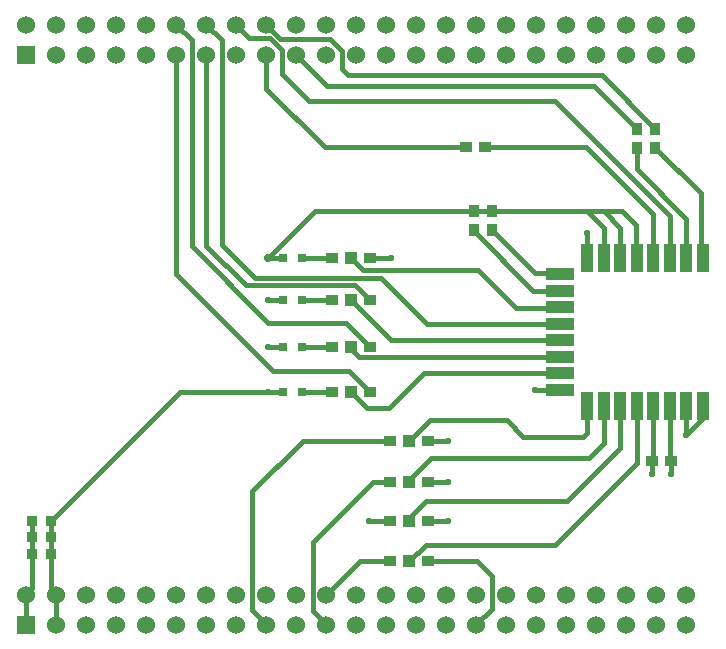
<source format=gtl>
G04 Layer_Physical_Order=1*
G04 Layer_Color=255*
%FSLAX25Y25*%
%MOIN*%
G70*
G01*
G75*
%ADD10R,0.03740X0.03937*%
%ADD11R,0.03937X0.09646*%
%ADD12R,0.09646X0.03937*%
%ADD13R,0.03937X0.03740*%
%ADD14R,0.03937X0.03937*%
%ADD15R,0.03150X0.03150*%
%ADD16R,0.03740X0.03543*%
%ADD17C,0.01500*%
%ADD18C,0.06000*%
%ADD19R,0.06000X0.06000*%
%ADD20C,0.02200*%
%ADD21C,0.02800*%
D10*
X283000Y168350D02*
D03*
Y174650D02*
D03*
X289000Y168350D02*
D03*
Y174650D02*
D03*
X228500Y147150D02*
D03*
Y140850D02*
D03*
X234500Y147150D02*
D03*
Y140850D02*
D03*
D11*
X304925Y131693D02*
D03*
X299413D02*
D03*
X293902D02*
D03*
X288390D02*
D03*
X282878D02*
D03*
X277366D02*
D03*
X271854D02*
D03*
X266342D02*
D03*
Y82126D02*
D03*
X271854D02*
D03*
X277366D02*
D03*
X282878D02*
D03*
X288390D02*
D03*
X293902D02*
D03*
X299413D02*
D03*
X304925D02*
D03*
D12*
X257307Y126201D02*
D03*
Y120689D02*
D03*
Y115177D02*
D03*
Y109665D02*
D03*
Y104154D02*
D03*
Y98642D02*
D03*
Y93130D02*
D03*
Y87618D02*
D03*
D13*
X232150Y168500D02*
D03*
X225850D02*
D03*
X294150Y64000D02*
D03*
X287850D02*
D03*
X200701Y30500D02*
D03*
X213299Y30500D02*
D03*
X200575Y57000D02*
D03*
X213173Y57000D02*
D03*
X200575Y44000D02*
D03*
X213173Y44000D02*
D03*
X200701Y70500D02*
D03*
X213299Y70500D02*
D03*
X193799Y131500D02*
D03*
X181201Y131500D02*
D03*
X193799Y117500D02*
D03*
X181201Y117500D02*
D03*
X193799Y102000D02*
D03*
X181201Y102000D02*
D03*
X193799Y87000D02*
D03*
X181201Y87000D02*
D03*
D14*
X207000Y30500D02*
D03*
X206874Y57000D02*
D03*
X206874Y44000D02*
D03*
X207000Y70500D02*
D03*
X187500Y131500D02*
D03*
Y117500D02*
D03*
Y102000D02*
D03*
Y87000D02*
D03*
D15*
X164850Y131500D02*
D03*
X171150D02*
D03*
X164850Y117500D02*
D03*
X171150D02*
D03*
X164850Y102000D02*
D03*
X171150D02*
D03*
X164850Y87000D02*
D03*
X171150D02*
D03*
D16*
X87650Y44000D02*
D03*
X81350Y44000D02*
D03*
X87650Y38500D02*
D03*
X81350D02*
D03*
X87650Y33000D02*
D03*
X81350D02*
D03*
D17*
X200847Y104154D02*
X257307D01*
X187500Y117500D02*
X200847Y104154D01*
X190358Y98642D02*
X257307D01*
X187000Y102000D02*
X190358Y98642D01*
X212835Y109665D02*
X257307D01*
X197500Y125000D02*
X212835Y109665D01*
X188799Y122500D02*
X193799Y117500D01*
X187500Y131500D02*
X191500Y127500D01*
X230000D01*
X242500Y115000D01*
X257323D01*
X257500Y115177D01*
X185799Y110000D02*
X193799Y102000D01*
X160000Y110000D02*
X185799D01*
X212004Y93130D02*
X257307D01*
X200374Y81500D02*
X212004Y93130D01*
X187500Y87000D02*
X193000Y81500D01*
X200374D01*
X186799Y94000D02*
X193799Y87000D01*
X161500Y94000D02*
X186799D01*
X170500Y87000D02*
X170500Y87000D01*
X181201D01*
X171150Y102000D02*
X181201D01*
X171150Y102000D02*
X171150Y102000D01*
X171650Y117500D02*
X181201D01*
X171150Y118000D02*
X171650Y117500D01*
X129383Y126117D02*
Y199381D01*
Y126117D02*
X161500Y94000D01*
X129383Y209381D02*
X134500Y204264D01*
Y135500D02*
Y204264D01*
Y135500D02*
X160000Y110000D01*
X139383Y199381D02*
Y200000D01*
Y209381D02*
X144500Y204264D01*
X171150Y131500D02*
X181000D01*
X181500Y131000D01*
X87650Y38500D02*
Y44000D01*
Y33500D02*
Y38500D01*
Y21231D02*
Y33000D01*
X89383Y9764D02*
Y19381D01*
X89000Y9381D02*
X89383Y9764D01*
X87650Y21231D02*
X89500Y19381D01*
X81350Y38500D02*
Y44000D01*
X79383Y19500D02*
X81350Y21467D01*
Y32650D01*
Y33000D01*
X81350Y32650D02*
X81350Y32650D01*
X81500Y32500D01*
X81350Y32650D02*
Y38500D01*
X79383Y10617D02*
Y19381D01*
Y10617D02*
X79500Y10500D01*
X234500Y140850D02*
X248850Y126500D01*
X257307D01*
X248311Y120689D02*
X257307D01*
X228500Y140500D02*
X248311Y120689D01*
X160000Y117500D02*
X164850D01*
X160000Y102000D02*
X164850D01*
X160000Y87000D02*
X164850D01*
X155500Y125000D02*
X197500D01*
X144500Y136000D02*
Y204264D01*
Y136000D02*
X155500Y125000D01*
X139383Y135617D02*
Y199381D01*
Y135617D02*
X152500Y122500D01*
X188799D01*
X266342Y131693D02*
Y140000D01*
X304925Y78072D02*
Y82126D01*
X299413Y72561D02*
X304925Y78072D01*
X299413Y72561D02*
Y82126D01*
X293902Y64098D02*
Y82126D01*
Y64098D02*
X294000Y64000D01*
X288390Y64390D02*
Y82126D01*
X287850Y63850D02*
X288390Y64390D01*
X287850Y59500D02*
Y63850D01*
X288390Y131693D02*
Y146110D01*
X266000Y168500D02*
X288390Y146110D01*
X149383Y209381D02*
X153733Y205031D01*
X164500Y193000D02*
X173500Y184000D01*
X255500D01*
X293902Y145598D01*
Y131693D02*
Y145598D01*
X178883Y168500D02*
X225850D01*
X159383Y188000D02*
X178883Y168500D01*
X159383Y188000D02*
Y199381D01*
Y199500D01*
X169383Y199381D02*
X179764Y189000D01*
X268528D01*
X282878Y174650D01*
X271150Y192500D02*
X289000Y174650D01*
X186500Y192500D02*
X271150D01*
X184500Y194500D02*
X186500Y192500D01*
X184500Y194500D02*
Y200500D01*
X180500Y204500D02*
X184500Y200500D01*
X160000Y208500D02*
Y209500D01*
Y208500D02*
X164000Y204500D01*
X180500D01*
X164500Y193000D02*
Y201000D01*
X153733Y205031D02*
X160469D01*
X164500Y201000D01*
X289000Y168350D02*
X304182Y153169D01*
Y133000D02*
Y153169D01*
X299413Y131693D02*
Y144587D01*
X282878Y161122D02*
X299413Y144587D01*
X282878Y161122D02*
Y169000D01*
X248920Y87618D02*
X257307D01*
X294150Y59650D02*
Y64000D01*
X266342Y73343D02*
Y82126D01*
X265000Y72000D02*
X266342Y73343D01*
X245000Y72000D02*
X265000D01*
X239500Y77500D02*
X245000Y72000D01*
X213874Y77500D02*
X239500D01*
X206874Y70500D02*
X213874Y77500D01*
X271854Y69854D02*
Y82126D01*
X214374Y65000D02*
X267000D01*
X206874Y57500D02*
X214374Y65000D01*
X267000D02*
X271854Y69854D01*
X277366Y68366D02*
Y82126D01*
X259500Y50500D02*
X277366Y68366D01*
X212500Y50500D02*
X259500D01*
X207000Y45000D02*
X212500Y50500D01*
X207000Y44000D02*
Y45000D01*
X282878Y63378D02*
Y82126D01*
X255500Y36000D02*
X282878Y63378D01*
X207000Y30500D02*
X212500Y36000D01*
X255500D01*
X171500Y70500D02*
X200701D01*
X154750Y14133D02*
Y53750D01*
Y14133D02*
X159383Y9500D01*
X154750Y53750D02*
X171500Y70500D01*
X190500Y30500D02*
X200701D01*
X179500Y19500D02*
X190500Y30500D01*
X175000Y13881D02*
X179500Y9381D01*
X213299Y30500D02*
X229500D01*
X229383Y9500D02*
X234500Y14617D01*
Y25500D01*
X229500Y30500D02*
X234500Y25500D01*
X175000Y13881D02*
Y37000D01*
X195000Y57000D01*
X200575D01*
X193500Y44000D02*
X200575D01*
X213299Y70500D02*
X220000D01*
X220000Y70500D01*
X213173Y57000D02*
X220000D01*
X220000Y57000D01*
X213173Y44000D02*
X220000D01*
X220000Y44000D01*
X193799Y131500D02*
X201000D01*
X232500Y168500D02*
X266000D01*
X160000Y131500D02*
X164850D01*
X87650Y44000D02*
X130650Y87000D01*
X160000D01*
Y131500D02*
X175650Y147150D01*
X228500D01*
X234500D01*
X277850D02*
X282500Y142500D01*
Y131693D02*
Y142500D01*
X277366Y131693D02*
Y141638D01*
X271854Y147150D02*
X277366Y141638D01*
X271854Y147150D02*
X277850D01*
X271854Y131693D02*
Y141638D01*
X266342Y147150D02*
X271854Y141638D01*
X234500Y147150D02*
X266342D01*
X271854D01*
D18*
X89383Y19381D02*
D03*
Y9381D02*
D03*
X179383Y19381D02*
D03*
X189383Y9381D02*
D03*
X179383D02*
D03*
X289383D02*
D03*
X299383Y19381D02*
D03*
X259383Y9381D02*
D03*
X189383Y19381D02*
D03*
X199383Y9381D02*
D03*
X169383Y19381D02*
D03*
X99383D02*
D03*
Y9381D02*
D03*
X229383Y19381D02*
D03*
Y9381D02*
D03*
X239383D02*
D03*
X249383D02*
D03*
X239383Y19381D02*
D03*
X249383D02*
D03*
X259383D02*
D03*
X269383D02*
D03*
Y9381D02*
D03*
X279383Y19381D02*
D03*
Y9381D02*
D03*
X289383Y19381D02*
D03*
X299383Y9381D02*
D03*
X219383Y19381D02*
D03*
Y9381D02*
D03*
X209383D02*
D03*
Y19381D02*
D03*
X119383D02*
D03*
X109383D02*
D03*
Y9381D02*
D03*
X119383D02*
D03*
X199383Y19381D02*
D03*
X159383D02*
D03*
X139383Y9381D02*
D03*
X169383D02*
D03*
X129383Y19381D02*
D03*
X139383D02*
D03*
X129383Y9381D02*
D03*
X149383D02*
D03*
Y19381D02*
D03*
X159383Y9381D02*
D03*
X79383Y19381D02*
D03*
X89383Y209381D02*
D03*
Y199381D02*
D03*
X179383Y209381D02*
D03*
X189383Y199381D02*
D03*
X179383D02*
D03*
X289383D02*
D03*
X299383Y209381D02*
D03*
X259383Y199381D02*
D03*
X189383Y209381D02*
D03*
X199383Y199381D02*
D03*
X169383Y209381D02*
D03*
X99383D02*
D03*
Y199381D02*
D03*
X229383Y209381D02*
D03*
Y199381D02*
D03*
X239383D02*
D03*
X249383D02*
D03*
X239383Y209381D02*
D03*
X249383D02*
D03*
X259383D02*
D03*
X269383D02*
D03*
Y199381D02*
D03*
X279383Y209381D02*
D03*
Y199381D02*
D03*
X289383Y209381D02*
D03*
X299383Y199381D02*
D03*
X219383Y209381D02*
D03*
Y199381D02*
D03*
X209383D02*
D03*
Y209381D02*
D03*
X119383D02*
D03*
X109383D02*
D03*
Y199381D02*
D03*
X119383D02*
D03*
X199383Y209381D02*
D03*
X159383D02*
D03*
X139383Y199381D02*
D03*
X169383D02*
D03*
X129383Y209381D02*
D03*
X139383D02*
D03*
X129383Y199381D02*
D03*
X149383D02*
D03*
Y209381D02*
D03*
X159383Y199381D02*
D03*
X79383Y209381D02*
D03*
D19*
Y9381D02*
D03*
Y199381D02*
D03*
D20*
X160000Y117500D02*
D03*
Y102000D02*
D03*
Y87000D02*
D03*
X266342Y140000D02*
D03*
X299413Y72530D02*
D03*
X287850Y59500D02*
D03*
X248850Y87618D02*
D03*
X294144Y59650D02*
D03*
X193500Y44000D02*
D03*
X220000Y70500D02*
D03*
Y57000D02*
D03*
Y44000D02*
D03*
X201000Y131500D02*
D03*
D21*
X160000D02*
D03*
M02*

</source>
